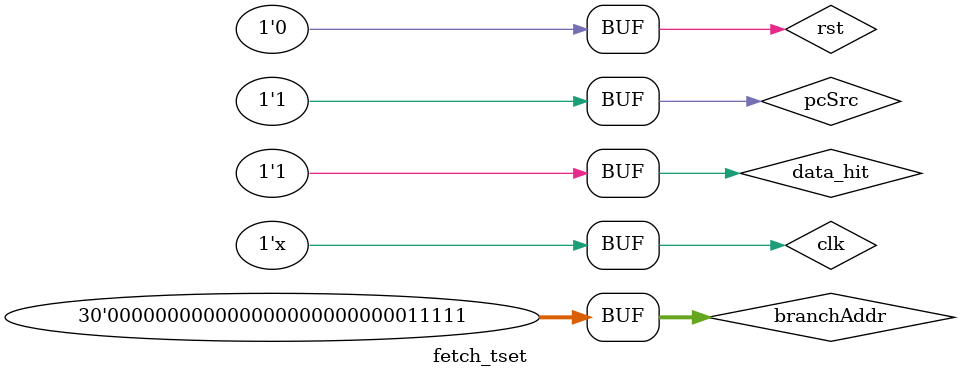
<source format=v>
`timescale 1ns / 1ps


module fetch_tset;

	// Inputs
	reg clk;
	reg pcSrc;
	reg [29:0] branchAddr;
	reg rst;
	reg data_hit;

	// Outputs
	wire [29:0] adderOutput;
	reg [31:0] ins;
	wire hit;

	// Instantiate the Unit Under Test (UUT)
	InstructionFetch uut (
		.clk(clk), 
		.pcSrc(pcSrc), 
		.branchAddr(branchAddr), 
		.rst(rst), 
		.adderOutput(adderOutput), 
		.ins(ins), 
		.hit(hit)
	);

	initial begin
		// Initialize Inputs
		clk = 0;
		pcSrc = 0;
		branchAddr = 0;
		rst = 0;
		data_hit=1;

		// Wait 100 ns for global reset to finish
		#100;
		pcSrc = 1;
		branchAddr = 31;
		rst = 0;

		// Wait 100 ns for global reset to finish
		#100;
        
		// Add stimulus here

	end
	always
	begin
		#50
		clk = ~clk;
	end
      
endmodule


</source>
